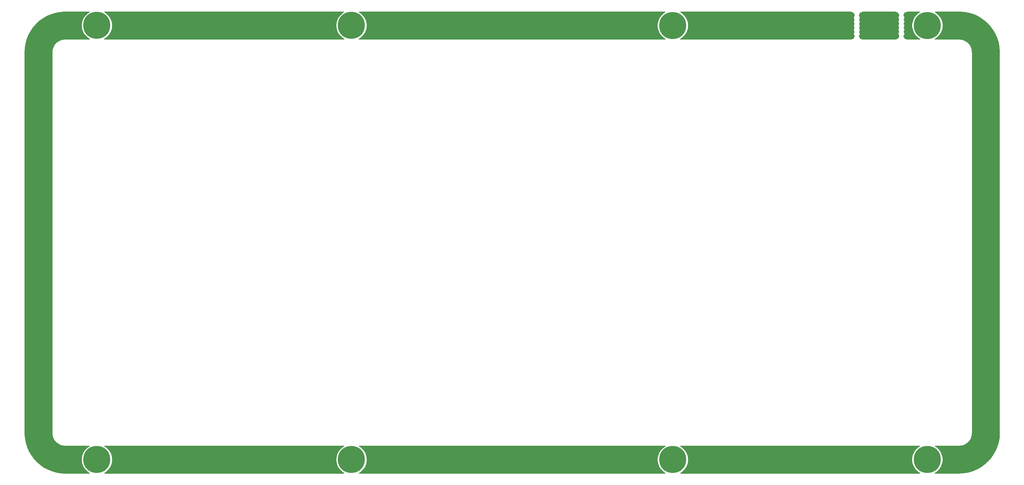
<source format=gbr>
G04 #@! TF.GenerationSoftware,KiCad,Pcbnew,5.1.6*
G04 #@! TF.CreationDate,2020-06-22T06:55:26+02:00*
G04 #@! TF.ProjectId,punk75_inner,70756e6b-3735-45f6-996e-6e65722e6b69,rev?*
G04 #@! TF.SameCoordinates,Original*
G04 #@! TF.FileFunction,Copper,L1,Top*
G04 #@! TF.FilePolarity,Positive*
%FSLAX46Y46*%
G04 Gerber Fmt 4.6, Leading zero omitted, Abs format (unit mm)*
G04 Created by KiCad (PCBNEW 5.1.6) date 2020-06-22 06:55:26*
%MOMM*%
%LPD*%
G01*
G04 APERTURE LIST*
G04 #@! TA.AperFunction,ComponentPad*
%ADD10C,8.500000*%
G04 #@! TD*
G04 #@! TA.AperFunction,NonConductor*
%ADD11C,0.254000*%
G04 #@! TD*
G04 APERTURE END LIST*
D10*
X352750000Y-99500000D03*
X171760000Y-99480000D03*
X91750000Y-99480000D03*
X272750000Y-236130000D03*
X171770000Y-236120000D03*
X91760000Y-236110000D03*
X352740000Y-236110000D03*
X272750000Y-99500000D03*
D11*
G36*
X168655994Y-232325573D02*
G01*
X167975573Y-233005994D01*
X167440970Y-233806085D01*
X167072728Y-234695098D01*
X166885000Y-235638870D01*
X166885000Y-236601130D01*
X167072728Y-237544902D01*
X167440970Y-238433915D01*
X167975573Y-239234006D01*
X168655994Y-239914427D01*
X169355019Y-240381500D01*
X94160015Y-240381500D01*
X94874006Y-239904427D01*
X95554427Y-239224006D01*
X96089030Y-238423915D01*
X96457272Y-237534902D01*
X96645000Y-236591130D01*
X96645000Y-235628870D01*
X96457272Y-234685098D01*
X96089030Y-233796085D01*
X95554427Y-232995994D01*
X94874006Y-232315573D01*
X94212770Y-231873750D01*
X169332196Y-231873750D01*
X168655994Y-232325573D01*
G37*
X168655994Y-232325573D02*
X167975573Y-233005994D01*
X167440970Y-233806085D01*
X167072728Y-234695098D01*
X166885000Y-235638870D01*
X166885000Y-236601130D01*
X167072728Y-237544902D01*
X167440970Y-238433915D01*
X167975573Y-239234006D01*
X168655994Y-239914427D01*
X169355019Y-240381500D01*
X94160015Y-240381500D01*
X94874006Y-239904427D01*
X95554427Y-239224006D01*
X96089030Y-238423915D01*
X96457272Y-237534902D01*
X96645000Y-236591130D01*
X96645000Y-235628870D01*
X96457272Y-234685098D01*
X96089030Y-233796085D01*
X95554427Y-232995994D01*
X94874006Y-232315573D01*
X94212770Y-231873750D01*
X169332196Y-231873750D01*
X168655994Y-232325573D01*
G36*
X89312779Y-95233361D02*
G01*
X88635994Y-95685573D01*
X87955573Y-96365994D01*
X87420970Y-97166085D01*
X87052728Y-98055098D01*
X86865000Y-98998870D01*
X86865000Y-99961130D01*
X87052728Y-100904902D01*
X87420970Y-101793915D01*
X87955573Y-102594006D01*
X88635994Y-103274427D01*
X89400120Y-103784999D01*
X81707121Y-103784999D01*
X81674080Y-103788253D01*
X81653006Y-103788106D01*
X81642792Y-103789107D01*
X80986502Y-103858086D01*
X80921188Y-103871493D01*
X80855810Y-103883965D01*
X80845985Y-103886930D01*
X80215594Y-104082069D01*
X80154131Y-104107906D01*
X80092417Y-104132840D01*
X80083360Y-104137655D01*
X80083355Y-104137657D01*
X80083351Y-104137660D01*
X79502870Y-104451524D01*
X79447631Y-104488784D01*
X79391900Y-104525253D01*
X79383947Y-104531739D01*
X78875482Y-104952378D01*
X78828505Y-104999684D01*
X78780947Y-105046256D01*
X78774405Y-105054163D01*
X78357326Y-105565552D01*
X78320439Y-105621071D01*
X78282825Y-105676006D01*
X78277943Y-105685033D01*
X77968137Y-106267694D01*
X77942742Y-106329307D01*
X77916509Y-106390513D01*
X77913474Y-106400316D01*
X77722740Y-107032056D01*
X77709793Y-107097446D01*
X77695951Y-107162566D01*
X77694878Y-107172772D01*
X77630483Y-107829527D01*
X77626975Y-107865146D01*
X77626976Y-109452636D01*
X77626975Y-109452646D01*
X77626976Y-227793605D01*
X77630229Y-227826636D01*
X77630082Y-227847720D01*
X77631083Y-227857934D01*
X77700062Y-228514224D01*
X77713469Y-228579538D01*
X77725941Y-228644916D01*
X77728906Y-228654740D01*
X77924045Y-229285132D01*
X77949883Y-229346599D01*
X77974816Y-229408310D01*
X77979633Y-229417371D01*
X78293500Y-229997856D01*
X78330780Y-230053126D01*
X78367229Y-230108826D01*
X78373715Y-230116779D01*
X78794354Y-230625243D01*
X78841641Y-230672202D01*
X78888232Y-230719779D01*
X78896139Y-230726321D01*
X79407528Y-231143400D01*
X79463047Y-231180287D01*
X79517982Y-231217901D01*
X79527009Y-231222783D01*
X80109669Y-231532589D01*
X80171296Y-231557990D01*
X80232489Y-231584217D01*
X80242292Y-231587252D01*
X80874032Y-231777986D01*
X80939422Y-231790933D01*
X81004542Y-231804775D01*
X81014746Y-231805848D01*
X81014748Y-231805848D01*
X81671503Y-231870243D01*
X81671513Y-231870243D01*
X81707121Y-231873750D01*
X89307230Y-231873750D01*
X88645994Y-232315573D01*
X87965573Y-232995994D01*
X87430970Y-233796085D01*
X87062728Y-234685098D01*
X86875000Y-235628870D01*
X86875000Y-236591130D01*
X87062728Y-237534902D01*
X87430970Y-238423915D01*
X87965573Y-239224006D01*
X88645994Y-239904427D01*
X89359985Y-240381500D01*
X81781450Y-240381500D01*
X80373653Y-240304024D01*
X79002805Y-240075853D01*
X77665270Y-239698630D01*
X76377210Y-239176911D01*
X75154179Y-238517000D01*
X74010957Y-237726870D01*
X72961340Y-236816059D01*
X72018006Y-235795567D01*
X71192349Y-234677717D01*
X70494349Y-233476022D01*
X69932433Y-232204992D01*
X69513382Y-230879965D01*
X69242265Y-229516968D01*
X69121104Y-228118028D01*
X69115000Y-227729498D01*
X69115000Y-107899200D01*
X69192476Y-106491394D01*
X69420647Y-105120554D01*
X69797870Y-103783021D01*
X70319585Y-102494967D01*
X70979496Y-101271936D01*
X71769633Y-100128703D01*
X72680445Y-99079085D01*
X73700933Y-98135756D01*
X74818783Y-97310099D01*
X76020478Y-96612099D01*
X77291505Y-96050184D01*
X78616536Y-95631132D01*
X79979530Y-95360015D01*
X81378474Y-95238854D01*
X81767002Y-95232750D01*
X82563052Y-95232750D01*
X89312779Y-95233361D01*
G37*
X89312779Y-95233361D02*
X88635994Y-95685573D01*
X87955573Y-96365994D01*
X87420970Y-97166085D01*
X87052728Y-98055098D01*
X86865000Y-98998870D01*
X86865000Y-99961130D01*
X87052728Y-100904902D01*
X87420970Y-101793915D01*
X87955573Y-102594006D01*
X88635994Y-103274427D01*
X89400120Y-103784999D01*
X81707121Y-103784999D01*
X81674080Y-103788253D01*
X81653006Y-103788106D01*
X81642792Y-103789107D01*
X80986502Y-103858086D01*
X80921188Y-103871493D01*
X80855810Y-103883965D01*
X80845985Y-103886930D01*
X80215594Y-104082069D01*
X80154131Y-104107906D01*
X80092417Y-104132840D01*
X80083360Y-104137655D01*
X80083355Y-104137657D01*
X80083351Y-104137660D01*
X79502870Y-104451524D01*
X79447631Y-104488784D01*
X79391900Y-104525253D01*
X79383947Y-104531739D01*
X78875482Y-104952378D01*
X78828505Y-104999684D01*
X78780947Y-105046256D01*
X78774405Y-105054163D01*
X78357326Y-105565552D01*
X78320439Y-105621071D01*
X78282825Y-105676006D01*
X78277943Y-105685033D01*
X77968137Y-106267694D01*
X77942742Y-106329307D01*
X77916509Y-106390513D01*
X77913474Y-106400316D01*
X77722740Y-107032056D01*
X77709793Y-107097446D01*
X77695951Y-107162566D01*
X77694878Y-107172772D01*
X77630483Y-107829527D01*
X77626975Y-107865146D01*
X77626976Y-109452636D01*
X77626975Y-109452646D01*
X77626976Y-227793605D01*
X77630229Y-227826636D01*
X77630082Y-227847720D01*
X77631083Y-227857934D01*
X77700062Y-228514224D01*
X77713469Y-228579538D01*
X77725941Y-228644916D01*
X77728906Y-228654740D01*
X77924045Y-229285132D01*
X77949883Y-229346599D01*
X77974816Y-229408310D01*
X77979633Y-229417371D01*
X78293500Y-229997856D01*
X78330780Y-230053126D01*
X78367229Y-230108826D01*
X78373715Y-230116779D01*
X78794354Y-230625243D01*
X78841641Y-230672202D01*
X78888232Y-230719779D01*
X78896139Y-230726321D01*
X79407528Y-231143400D01*
X79463047Y-231180287D01*
X79517982Y-231217901D01*
X79527009Y-231222783D01*
X80109669Y-231532589D01*
X80171296Y-231557990D01*
X80232489Y-231584217D01*
X80242292Y-231587252D01*
X80874032Y-231777986D01*
X80939422Y-231790933D01*
X81004542Y-231804775D01*
X81014746Y-231805848D01*
X81014748Y-231805848D01*
X81671503Y-231870243D01*
X81671513Y-231870243D01*
X81707121Y-231873750D01*
X89307230Y-231873750D01*
X88645994Y-232315573D01*
X87965573Y-232995994D01*
X87430970Y-233796085D01*
X87062728Y-234685098D01*
X86875000Y-235628870D01*
X86875000Y-236591130D01*
X87062728Y-237534902D01*
X87430970Y-238423915D01*
X87965573Y-239224006D01*
X88645994Y-239904427D01*
X89359985Y-240381500D01*
X81781450Y-240381500D01*
X80373653Y-240304024D01*
X79002805Y-240075853D01*
X77665270Y-239698630D01*
X76377210Y-239176911D01*
X75154179Y-238517000D01*
X74010957Y-237726870D01*
X72961340Y-236816059D01*
X72018006Y-235795567D01*
X71192349Y-234677717D01*
X70494349Y-233476022D01*
X69932433Y-232204992D01*
X69513382Y-230879965D01*
X69242265Y-229516968D01*
X69121104Y-228118028D01*
X69115000Y-227729498D01*
X69115000Y-107899200D01*
X69192476Y-106491394D01*
X69420647Y-105120554D01*
X69797870Y-103783021D01*
X70319585Y-102494967D01*
X70979496Y-101271936D01*
X71769633Y-100128703D01*
X72680445Y-99079085D01*
X73700933Y-98135756D01*
X74818783Y-97310099D01*
X76020478Y-96612099D01*
X77291505Y-96050184D01*
X78616536Y-95631132D01*
X79979530Y-95360015D01*
X81378474Y-95238854D01*
X81767002Y-95232750D01*
X82563052Y-95232750D01*
X89312779Y-95233361D01*
G36*
X269635994Y-232335573D02*
G01*
X268955573Y-233015994D01*
X268420970Y-233816085D01*
X268052728Y-234705098D01*
X267865000Y-235648870D01*
X267865000Y-236611130D01*
X268052728Y-237554902D01*
X268420970Y-238443915D01*
X268955573Y-239244006D01*
X269635994Y-239924427D01*
X270320053Y-240381500D01*
X174184981Y-240381500D01*
X174884006Y-239914427D01*
X175564427Y-239234006D01*
X176099030Y-238433915D01*
X176467272Y-237544902D01*
X176655000Y-236601130D01*
X176655000Y-235638870D01*
X176467272Y-234695098D01*
X176099030Y-233806085D01*
X175564427Y-233005994D01*
X174884006Y-232325573D01*
X174207804Y-231873750D01*
X270327162Y-231873750D01*
X269635994Y-232335573D01*
G37*
X269635994Y-232335573D02*
X268955573Y-233015994D01*
X268420970Y-233816085D01*
X268052728Y-234705098D01*
X267865000Y-235648870D01*
X267865000Y-236611130D01*
X268052728Y-237554902D01*
X268420970Y-238443915D01*
X268955573Y-239244006D01*
X269635994Y-239924427D01*
X270320053Y-240381500D01*
X174184981Y-240381500D01*
X174884006Y-239914427D01*
X175564427Y-239234006D01*
X176099030Y-238433915D01*
X176467272Y-237544902D01*
X176655000Y-236601130D01*
X176655000Y-235638870D01*
X176467272Y-234695098D01*
X176099030Y-233806085D01*
X175564427Y-233005994D01*
X174884006Y-232325573D01*
X174207804Y-231873750D01*
X270327162Y-231873750D01*
X269635994Y-232335573D01*
G36*
X349625994Y-232315573D02*
G01*
X348945573Y-232995994D01*
X348410970Y-233796085D01*
X348042728Y-234685098D01*
X347855000Y-235628870D01*
X347855000Y-236591130D01*
X348042728Y-237534902D01*
X348410970Y-238423915D01*
X348945573Y-239224006D01*
X349625994Y-239904427D01*
X350339985Y-240381500D01*
X275179947Y-240381500D01*
X275864006Y-239924427D01*
X276544427Y-239244006D01*
X277079030Y-238443915D01*
X277447272Y-237554902D01*
X277635000Y-236611130D01*
X277635000Y-235648870D01*
X277447272Y-234705098D01*
X277079030Y-233816085D01*
X276544427Y-233015994D01*
X275864006Y-232335573D01*
X275172838Y-231873750D01*
X350287230Y-231873750D01*
X349625994Y-232315573D01*
G37*
X349625994Y-232315573D02*
X348945573Y-232995994D01*
X348410970Y-233796085D01*
X348042728Y-234685098D01*
X347855000Y-235628870D01*
X347855000Y-236591130D01*
X348042728Y-237534902D01*
X348410970Y-238423915D01*
X348945573Y-239224006D01*
X349625994Y-239904427D01*
X350339985Y-240381500D01*
X275179947Y-240381500D01*
X275864006Y-239924427D01*
X276544427Y-239244006D01*
X277079030Y-238443915D01*
X277447272Y-237554902D01*
X277635000Y-236611130D01*
X277635000Y-235648870D01*
X277447272Y-234705098D01*
X277079030Y-233816085D01*
X276544427Y-233015994D01*
X275864006Y-232335573D01*
X275172838Y-231873750D01*
X350287230Y-231873750D01*
X349625994Y-232315573D01*
G36*
X364136356Y-95310226D02*
G01*
X365507196Y-95538397D01*
X366844729Y-95915620D01*
X368132783Y-96437335D01*
X369355814Y-97097246D01*
X370499047Y-97887383D01*
X371548665Y-98798195D01*
X372491994Y-99818683D01*
X373317651Y-100936533D01*
X374015651Y-102138228D01*
X374577566Y-103409255D01*
X374996618Y-104734286D01*
X375267735Y-106097280D01*
X375388896Y-107496224D01*
X375395001Y-107884816D01*
X375395000Y-227715050D01*
X375317524Y-229122847D01*
X375089353Y-230493695D01*
X374712130Y-231831230D01*
X374190411Y-233119290D01*
X373530500Y-234342321D01*
X372740370Y-235485543D01*
X371829559Y-236535160D01*
X370809067Y-237478494D01*
X369691217Y-238304151D01*
X368489522Y-239002151D01*
X367218492Y-239564067D01*
X365893465Y-239983118D01*
X364530468Y-240254235D01*
X363131528Y-240375396D01*
X362742998Y-240381500D01*
X355140015Y-240381500D01*
X355854006Y-239904427D01*
X356534427Y-239224006D01*
X357069030Y-238423915D01*
X357437272Y-237534902D01*
X357625000Y-236591130D01*
X357625000Y-235628870D01*
X357437272Y-234685098D01*
X357069030Y-233796085D01*
X356534427Y-232995994D01*
X355854006Y-232315573D01*
X355192770Y-231873750D01*
X362766831Y-231873750D01*
X362799872Y-231870496D01*
X362820946Y-231870643D01*
X362831160Y-231869642D01*
X363487450Y-231800663D01*
X363552764Y-231787256D01*
X363618142Y-231774784D01*
X363627966Y-231771819D01*
X364258358Y-231576680D01*
X364319825Y-231550842D01*
X364381536Y-231525909D01*
X364390588Y-231521096D01*
X364390597Y-231521092D01*
X364390604Y-231521087D01*
X364971081Y-231207224D01*
X365026325Y-231169962D01*
X365082051Y-231133496D01*
X365090004Y-231127010D01*
X365598468Y-230706371D01*
X365645427Y-230659084D01*
X365693004Y-230612493D01*
X365699546Y-230604586D01*
X366116625Y-230093197D01*
X366153512Y-230037678D01*
X366191126Y-229982743D01*
X366196008Y-229973716D01*
X366505814Y-229391056D01*
X366531215Y-229329429D01*
X366557442Y-229268236D01*
X366560477Y-229258433D01*
X366751211Y-228626694D01*
X366764160Y-228561298D01*
X366778000Y-228496184D01*
X366779073Y-228485978D01*
X366843468Y-227829223D01*
X366846976Y-227793605D01*
X366846976Y-107865145D01*
X366843722Y-107832104D01*
X366843869Y-107811030D01*
X366842868Y-107800816D01*
X366773889Y-107144526D01*
X366760482Y-107079212D01*
X366748010Y-107013834D01*
X366745045Y-107004009D01*
X366549906Y-106373618D01*
X366524068Y-106312151D01*
X366499135Y-106250440D01*
X366494318Y-106241379D01*
X366180450Y-105660895D01*
X366143198Y-105605667D01*
X366106722Y-105549925D01*
X366100236Y-105541972D01*
X365679597Y-105033507D01*
X365632291Y-104986530D01*
X365585719Y-104938972D01*
X365577812Y-104932430D01*
X365066423Y-104515351D01*
X365010904Y-104478464D01*
X364955969Y-104440850D01*
X364946942Y-104435968D01*
X364364281Y-104126162D01*
X364302668Y-104100767D01*
X364241462Y-104074534D01*
X364231659Y-104071499D01*
X363599920Y-103880765D01*
X363534530Y-103867818D01*
X363469410Y-103853976D01*
X363459206Y-103852903D01*
X363459204Y-103852903D01*
X362804645Y-103788723D01*
X362766831Y-103784999D01*
X355129812Y-103784999D01*
X355864006Y-103294427D01*
X356544427Y-102614006D01*
X357079030Y-101813915D01*
X357447272Y-100924902D01*
X357635000Y-99981130D01*
X357635000Y-99018870D01*
X357447272Y-98075098D01*
X357079030Y-97186085D01*
X356544427Y-96385994D01*
X355864006Y-95705573D01*
X355171950Y-95243156D01*
X362729041Y-95232777D01*
X364136356Y-95310226D01*
G37*
X364136356Y-95310226D02*
X365507196Y-95538397D01*
X366844729Y-95915620D01*
X368132783Y-96437335D01*
X369355814Y-97097246D01*
X370499047Y-97887383D01*
X371548665Y-98798195D01*
X372491994Y-99818683D01*
X373317651Y-100936533D01*
X374015651Y-102138228D01*
X374577566Y-103409255D01*
X374996618Y-104734286D01*
X375267735Y-106097280D01*
X375388896Y-107496224D01*
X375395001Y-107884816D01*
X375395000Y-227715050D01*
X375317524Y-229122847D01*
X375089353Y-230493695D01*
X374712130Y-231831230D01*
X374190411Y-233119290D01*
X373530500Y-234342321D01*
X372740370Y-235485543D01*
X371829559Y-236535160D01*
X370809067Y-237478494D01*
X369691217Y-238304151D01*
X368489522Y-239002151D01*
X367218492Y-239564067D01*
X365893465Y-239983118D01*
X364530468Y-240254235D01*
X363131528Y-240375396D01*
X362742998Y-240381500D01*
X355140015Y-240381500D01*
X355854006Y-239904427D01*
X356534427Y-239224006D01*
X357069030Y-238423915D01*
X357437272Y-237534902D01*
X357625000Y-236591130D01*
X357625000Y-235628870D01*
X357437272Y-234685098D01*
X357069030Y-233796085D01*
X356534427Y-232995994D01*
X355854006Y-232315573D01*
X355192770Y-231873750D01*
X362766831Y-231873750D01*
X362799872Y-231870496D01*
X362820946Y-231870643D01*
X362831160Y-231869642D01*
X363487450Y-231800663D01*
X363552764Y-231787256D01*
X363618142Y-231774784D01*
X363627966Y-231771819D01*
X364258358Y-231576680D01*
X364319825Y-231550842D01*
X364381536Y-231525909D01*
X364390588Y-231521096D01*
X364390597Y-231521092D01*
X364390604Y-231521087D01*
X364971081Y-231207224D01*
X365026325Y-231169962D01*
X365082051Y-231133496D01*
X365090004Y-231127010D01*
X365598468Y-230706371D01*
X365645427Y-230659084D01*
X365693004Y-230612493D01*
X365699546Y-230604586D01*
X366116625Y-230093197D01*
X366153512Y-230037678D01*
X366191126Y-229982743D01*
X366196008Y-229973716D01*
X366505814Y-229391056D01*
X366531215Y-229329429D01*
X366557442Y-229268236D01*
X366560477Y-229258433D01*
X366751211Y-228626694D01*
X366764160Y-228561298D01*
X366778000Y-228496184D01*
X366779073Y-228485978D01*
X366843468Y-227829223D01*
X366846976Y-227793605D01*
X366846976Y-107865145D01*
X366843722Y-107832104D01*
X366843869Y-107811030D01*
X366842868Y-107800816D01*
X366773889Y-107144526D01*
X366760482Y-107079212D01*
X366748010Y-107013834D01*
X366745045Y-107004009D01*
X366549906Y-106373618D01*
X366524068Y-106312151D01*
X366499135Y-106250440D01*
X366494318Y-106241379D01*
X366180450Y-105660895D01*
X366143198Y-105605667D01*
X366106722Y-105549925D01*
X366100236Y-105541972D01*
X365679597Y-105033507D01*
X365632291Y-104986530D01*
X365585719Y-104938972D01*
X365577812Y-104932430D01*
X365066423Y-104515351D01*
X365010904Y-104478464D01*
X364955969Y-104440850D01*
X364946942Y-104435968D01*
X364364281Y-104126162D01*
X364302668Y-104100767D01*
X364241462Y-104074534D01*
X364231659Y-104071499D01*
X363599920Y-103880765D01*
X363534530Y-103867818D01*
X363469410Y-103853976D01*
X363459206Y-103852903D01*
X363459204Y-103852903D01*
X362804645Y-103788723D01*
X362766831Y-103784999D01*
X355129812Y-103784999D01*
X355864006Y-103294427D01*
X356544427Y-102614006D01*
X357079030Y-101813915D01*
X357447272Y-100924902D01*
X357635000Y-99981130D01*
X357635000Y-99018870D01*
X357447272Y-98075098D01*
X357079030Y-97186085D01*
X356544427Y-96385994D01*
X355864006Y-95705573D01*
X355171950Y-95243156D01*
X362729041Y-95232777D01*
X364136356Y-95310226D01*
G36*
X328513017Y-95254996D02*
G01*
X328794021Y-95282549D01*
X329029712Y-95353708D01*
X329247089Y-95469291D01*
X329437879Y-95624895D01*
X329594811Y-95814593D01*
X329711906Y-96031157D01*
X329784709Y-96266344D01*
X329792103Y-96336696D01*
X329756557Y-96372242D01*
X329643978Y-96540728D01*
X329566433Y-96727939D01*
X329526900Y-96926682D01*
X329526900Y-97129318D01*
X329566433Y-97328061D01*
X329643978Y-97515272D01*
X329742687Y-97663000D01*
X329643978Y-97810728D01*
X329566433Y-97997939D01*
X329526900Y-98196682D01*
X329526900Y-98399318D01*
X329566433Y-98598061D01*
X329643978Y-98785272D01*
X329742687Y-98933000D01*
X329643978Y-99080728D01*
X329566433Y-99267939D01*
X329526900Y-99466682D01*
X329526900Y-99669318D01*
X329566433Y-99868061D01*
X329643978Y-100055272D01*
X329742687Y-100203000D01*
X329643978Y-100350728D01*
X329566433Y-100537939D01*
X329526900Y-100736682D01*
X329526900Y-100939318D01*
X329566433Y-101138061D01*
X329643978Y-101325272D01*
X329742687Y-101473000D01*
X329643978Y-101620728D01*
X329566433Y-101807939D01*
X329526900Y-102006682D01*
X329526900Y-102209318D01*
X329566433Y-102408061D01*
X329643978Y-102595272D01*
X329756557Y-102763758D01*
X329779811Y-102787012D01*
X329715291Y-103000711D01*
X329599711Y-103218087D01*
X329444104Y-103408878D01*
X329254408Y-103565810D01*
X329037843Y-103682905D01*
X328802656Y-103755708D01*
X328523972Y-103784999D01*
X275129812Y-103784999D01*
X275864006Y-103294427D01*
X276544427Y-102614006D01*
X277079030Y-101813915D01*
X277447272Y-100924902D01*
X277635000Y-99981130D01*
X277635000Y-99018870D01*
X277447272Y-98075098D01*
X277079030Y-97186085D01*
X276544427Y-96385994D01*
X275864006Y-95705573D01*
X275182450Y-95250173D01*
X328513017Y-95254996D01*
G37*
X328513017Y-95254996D02*
X328794021Y-95282549D01*
X329029712Y-95353708D01*
X329247089Y-95469291D01*
X329437879Y-95624895D01*
X329594811Y-95814593D01*
X329711906Y-96031157D01*
X329784709Y-96266344D01*
X329792103Y-96336696D01*
X329756557Y-96372242D01*
X329643978Y-96540728D01*
X329566433Y-96727939D01*
X329526900Y-96926682D01*
X329526900Y-97129318D01*
X329566433Y-97328061D01*
X329643978Y-97515272D01*
X329742687Y-97663000D01*
X329643978Y-97810728D01*
X329566433Y-97997939D01*
X329526900Y-98196682D01*
X329526900Y-98399318D01*
X329566433Y-98598061D01*
X329643978Y-98785272D01*
X329742687Y-98933000D01*
X329643978Y-99080728D01*
X329566433Y-99267939D01*
X329526900Y-99466682D01*
X329526900Y-99669318D01*
X329566433Y-99868061D01*
X329643978Y-100055272D01*
X329742687Y-100203000D01*
X329643978Y-100350728D01*
X329566433Y-100537939D01*
X329526900Y-100736682D01*
X329526900Y-100939318D01*
X329566433Y-101138061D01*
X329643978Y-101325272D01*
X329742687Y-101473000D01*
X329643978Y-101620728D01*
X329566433Y-101807939D01*
X329526900Y-102006682D01*
X329526900Y-102209318D01*
X329566433Y-102408061D01*
X329643978Y-102595272D01*
X329756557Y-102763758D01*
X329779811Y-102787012D01*
X329715291Y-103000711D01*
X329599711Y-103218087D01*
X329444104Y-103408878D01*
X329254408Y-103565810D01*
X329037843Y-103682905D01*
X328802656Y-103755708D01*
X328523972Y-103784999D01*
X275129812Y-103784999D01*
X275864006Y-103294427D01*
X276544427Y-102614006D01*
X277079030Y-101813915D01*
X277447272Y-100924902D01*
X277635000Y-99981130D01*
X277635000Y-99018870D01*
X277447272Y-98075098D01*
X277079030Y-97186085D01*
X276544427Y-96385994D01*
X275864006Y-95705573D01*
X275182450Y-95250173D01*
X328513017Y-95254996D01*
G36*
X169311949Y-95240597D02*
G01*
X168645994Y-95685573D01*
X167965573Y-96365994D01*
X167430970Y-97166085D01*
X167062728Y-98055098D01*
X166875000Y-98998870D01*
X166875000Y-99961130D01*
X167062728Y-100904902D01*
X167430970Y-101793915D01*
X167965573Y-102594006D01*
X168645994Y-103274427D01*
X169410120Y-103784999D01*
X94099880Y-103784999D01*
X94864006Y-103274427D01*
X95544427Y-102594006D01*
X96079030Y-101793915D01*
X96447272Y-100904902D01*
X96635000Y-99961130D01*
X96635000Y-98998870D01*
X96447272Y-98055098D01*
X96079030Y-97166085D01*
X95544427Y-96365994D01*
X94864006Y-95685573D01*
X94187881Y-95233801D01*
X169311949Y-95240597D01*
G37*
X169311949Y-95240597D02*
X168645994Y-95685573D01*
X167965573Y-96365994D01*
X167430970Y-97166085D01*
X167062728Y-98055098D01*
X166875000Y-98998870D01*
X166875000Y-99961130D01*
X167062728Y-100904902D01*
X167430970Y-101793915D01*
X167965573Y-102594006D01*
X168645994Y-103274427D01*
X169410120Y-103784999D01*
X94099880Y-103784999D01*
X94864006Y-103274427D01*
X95544427Y-102594006D01*
X96079030Y-101793915D01*
X96447272Y-100904902D01*
X96635000Y-99961130D01*
X96635000Y-98998870D01*
X96447272Y-98055098D01*
X96079030Y-97166085D01*
X95544427Y-96365994D01*
X94864006Y-95685573D01*
X94187881Y-95233801D01*
X169311949Y-95240597D01*
G36*
X342790313Y-95278036D02*
G01*
X343026863Y-95349455D01*
X343245034Y-95465458D01*
X343436520Y-95621631D01*
X343594023Y-95812019D01*
X343711550Y-96029380D01*
X343784616Y-96265416D01*
X343789254Y-96309545D01*
X343777357Y-96321442D01*
X343664778Y-96489928D01*
X343587233Y-96677139D01*
X343547700Y-96875882D01*
X343547700Y-97078518D01*
X343587233Y-97277261D01*
X343664778Y-97464472D01*
X343763487Y-97612200D01*
X343664778Y-97759928D01*
X343587233Y-97947139D01*
X343547700Y-98145882D01*
X343547700Y-98348518D01*
X343587233Y-98547261D01*
X343664778Y-98734472D01*
X343763487Y-98882200D01*
X343664778Y-99029928D01*
X343587233Y-99217139D01*
X343547700Y-99415882D01*
X343547700Y-99618518D01*
X343587233Y-99817261D01*
X343664778Y-100004472D01*
X343763487Y-100152200D01*
X343664778Y-100299928D01*
X343587233Y-100487139D01*
X343547700Y-100685882D01*
X343547700Y-100888518D01*
X343587233Y-101087261D01*
X343664778Y-101274472D01*
X343763487Y-101422200D01*
X343664778Y-101569928D01*
X343587233Y-101757139D01*
X343547700Y-101955882D01*
X343547700Y-102158518D01*
X343587233Y-102357261D01*
X343664778Y-102544472D01*
X343777357Y-102712958D01*
X343786098Y-102721699D01*
X343781851Y-102765020D01*
X343710691Y-103000711D01*
X343595111Y-103218087D01*
X343439504Y-103408878D01*
X343249808Y-103565810D01*
X343033243Y-103682905D01*
X342798056Y-103755708D01*
X342519372Y-103784999D01*
X332584947Y-103784999D01*
X332303979Y-103757450D01*
X332068288Y-103686290D01*
X331850912Y-103570710D01*
X331660121Y-103415103D01*
X331503189Y-103225407D01*
X331386094Y-103008842D01*
X331320726Y-102797675D01*
X331354643Y-102763758D01*
X331467222Y-102595272D01*
X331544767Y-102408061D01*
X331584300Y-102209318D01*
X331584300Y-102006682D01*
X331544767Y-101807939D01*
X331467222Y-101620728D01*
X331368513Y-101473000D01*
X331467222Y-101325272D01*
X331544767Y-101138061D01*
X331584300Y-100939318D01*
X331584300Y-100736682D01*
X331544767Y-100537939D01*
X331467222Y-100350728D01*
X331368513Y-100203000D01*
X331467222Y-100055272D01*
X331544767Y-99868061D01*
X331584300Y-99669318D01*
X331584300Y-99466682D01*
X331544767Y-99267939D01*
X331467222Y-99080728D01*
X331368513Y-98933000D01*
X331467222Y-98785272D01*
X331544767Y-98598061D01*
X331584300Y-98399318D01*
X331584300Y-98196682D01*
X331544767Y-97997939D01*
X331467222Y-97810728D01*
X331368513Y-97663000D01*
X331467222Y-97515272D01*
X331544767Y-97328061D01*
X331584300Y-97129318D01*
X331584300Y-96926682D01*
X331544767Y-96727939D01*
X331467222Y-96540728D01*
X331354643Y-96372242D01*
X331306712Y-96324311D01*
X331311549Y-96274979D01*
X331382708Y-96039288D01*
X331498291Y-95821911D01*
X331653895Y-95631121D01*
X331843593Y-95474189D01*
X332060157Y-95357094D01*
X332295344Y-95284291D01*
X332574028Y-95255000D01*
X342555369Y-95255000D01*
X342790313Y-95278036D01*
G37*
X342790313Y-95278036D02*
X343026863Y-95349455D01*
X343245034Y-95465458D01*
X343436520Y-95621631D01*
X343594023Y-95812019D01*
X343711550Y-96029380D01*
X343784616Y-96265416D01*
X343789254Y-96309545D01*
X343777357Y-96321442D01*
X343664778Y-96489928D01*
X343587233Y-96677139D01*
X343547700Y-96875882D01*
X343547700Y-97078518D01*
X343587233Y-97277261D01*
X343664778Y-97464472D01*
X343763487Y-97612200D01*
X343664778Y-97759928D01*
X343587233Y-97947139D01*
X343547700Y-98145882D01*
X343547700Y-98348518D01*
X343587233Y-98547261D01*
X343664778Y-98734472D01*
X343763487Y-98882200D01*
X343664778Y-99029928D01*
X343587233Y-99217139D01*
X343547700Y-99415882D01*
X343547700Y-99618518D01*
X343587233Y-99817261D01*
X343664778Y-100004472D01*
X343763487Y-100152200D01*
X343664778Y-100299928D01*
X343587233Y-100487139D01*
X343547700Y-100685882D01*
X343547700Y-100888518D01*
X343587233Y-101087261D01*
X343664778Y-101274472D01*
X343763487Y-101422200D01*
X343664778Y-101569928D01*
X343587233Y-101757139D01*
X343547700Y-101955882D01*
X343547700Y-102158518D01*
X343587233Y-102357261D01*
X343664778Y-102544472D01*
X343777357Y-102712958D01*
X343786098Y-102721699D01*
X343781851Y-102765020D01*
X343710691Y-103000711D01*
X343595111Y-103218087D01*
X343439504Y-103408878D01*
X343249808Y-103565810D01*
X343033243Y-103682905D01*
X342798056Y-103755708D01*
X342519372Y-103784999D01*
X332584947Y-103784999D01*
X332303979Y-103757450D01*
X332068288Y-103686290D01*
X331850912Y-103570710D01*
X331660121Y-103415103D01*
X331503189Y-103225407D01*
X331386094Y-103008842D01*
X331320726Y-102797675D01*
X331354643Y-102763758D01*
X331467222Y-102595272D01*
X331544767Y-102408061D01*
X331584300Y-102209318D01*
X331584300Y-102006682D01*
X331544767Y-101807939D01*
X331467222Y-101620728D01*
X331368513Y-101473000D01*
X331467222Y-101325272D01*
X331544767Y-101138061D01*
X331584300Y-100939318D01*
X331584300Y-100736682D01*
X331544767Y-100537939D01*
X331467222Y-100350728D01*
X331368513Y-100203000D01*
X331467222Y-100055272D01*
X331544767Y-99868061D01*
X331584300Y-99669318D01*
X331584300Y-99466682D01*
X331544767Y-99267939D01*
X331467222Y-99080728D01*
X331368513Y-98933000D01*
X331467222Y-98785272D01*
X331544767Y-98598061D01*
X331584300Y-98399318D01*
X331584300Y-98196682D01*
X331544767Y-97997939D01*
X331467222Y-97810728D01*
X331368513Y-97663000D01*
X331467222Y-97515272D01*
X331544767Y-97328061D01*
X331584300Y-97129318D01*
X331584300Y-96926682D01*
X331544767Y-96727939D01*
X331467222Y-96540728D01*
X331354643Y-96372242D01*
X331306712Y-96324311D01*
X331311549Y-96274979D01*
X331382708Y-96039288D01*
X331498291Y-95821911D01*
X331653895Y-95631121D01*
X331843593Y-95474189D01*
X332060157Y-95357094D01*
X332295344Y-95284291D01*
X332574028Y-95255000D01*
X342555369Y-95255000D01*
X342790313Y-95278036D01*
G36*
X270318208Y-95249733D02*
G01*
X269635994Y-95705573D01*
X268955573Y-96385994D01*
X268420970Y-97186085D01*
X268052728Y-98075098D01*
X267865000Y-99018870D01*
X267865000Y-99981130D01*
X268052728Y-100924902D01*
X268420970Y-101813915D01*
X268955573Y-102614006D01*
X269635994Y-103294427D01*
X270370188Y-103784999D01*
X174109880Y-103784999D01*
X174874006Y-103274427D01*
X175554427Y-102594006D01*
X176089030Y-101793915D01*
X176457272Y-100904902D01*
X176645000Y-99961130D01*
X176645000Y-98998870D01*
X176457272Y-98055098D01*
X176089030Y-97166085D01*
X175554427Y-96365994D01*
X174874006Y-95685573D01*
X174208714Y-95241039D01*
X270318208Y-95249733D01*
G37*
X270318208Y-95249733D02*
X269635994Y-95705573D01*
X268955573Y-96385994D01*
X268420970Y-97186085D01*
X268052728Y-98075098D01*
X267865000Y-99018870D01*
X267865000Y-99981130D01*
X268052728Y-100924902D01*
X268420970Y-101813915D01*
X268955573Y-102614006D01*
X269635994Y-103294427D01*
X270370188Y-103784999D01*
X174109880Y-103784999D01*
X174874006Y-103274427D01*
X175554427Y-102594006D01*
X176089030Y-101793915D01*
X176457272Y-100904902D01*
X176645000Y-99961130D01*
X176645000Y-98998870D01*
X176457272Y-98055098D01*
X176089030Y-97166085D01*
X175554427Y-96365994D01*
X174874006Y-95685573D01*
X174208714Y-95241039D01*
X270318208Y-95249733D01*
G36*
X349635994Y-95705573D02*
G01*
X348955573Y-96385994D01*
X348420970Y-97186085D01*
X348052728Y-98075098D01*
X347865000Y-99018870D01*
X347865000Y-99981130D01*
X348052728Y-100924902D01*
X348420970Y-101813915D01*
X348955573Y-102614006D01*
X349635994Y-103294427D01*
X350370188Y-103784999D01*
X346538031Y-103784999D01*
X346303087Y-103761963D01*
X346066536Y-103690544D01*
X345848360Y-103574537D01*
X345656880Y-103418369D01*
X345499377Y-103227980D01*
X345381851Y-103010622D01*
X345309974Y-102778427D01*
X345375443Y-102712958D01*
X345488022Y-102544472D01*
X345565567Y-102357261D01*
X345605100Y-102158518D01*
X345605100Y-101955882D01*
X345565567Y-101757139D01*
X345488022Y-101569928D01*
X345389313Y-101422200D01*
X345488022Y-101274472D01*
X345565567Y-101087261D01*
X345605100Y-100888518D01*
X345605100Y-100685882D01*
X345565567Y-100487139D01*
X345488022Y-100299928D01*
X345389313Y-100152200D01*
X345488022Y-100004472D01*
X345565567Y-99817261D01*
X345605100Y-99618518D01*
X345605100Y-99415882D01*
X345565567Y-99217139D01*
X345488022Y-99029928D01*
X345389313Y-98882200D01*
X345488022Y-98734472D01*
X345565567Y-98547261D01*
X345605100Y-98348518D01*
X345605100Y-98145882D01*
X345565567Y-97947139D01*
X345488022Y-97759928D01*
X345389313Y-97612200D01*
X345488022Y-97464472D01*
X345565567Y-97277261D01*
X345605100Y-97078518D01*
X345605100Y-96875882D01*
X345565567Y-96677139D01*
X345488022Y-96489928D01*
X345375443Y-96321442D01*
X345315591Y-96261590D01*
X345382708Y-96039288D01*
X345498291Y-95821911D01*
X345653895Y-95631121D01*
X345843593Y-95474189D01*
X346060157Y-95357094D01*
X346295344Y-95284291D01*
X346574361Y-95254965D01*
X350318073Y-95249823D01*
X349635994Y-95705573D01*
G37*
X349635994Y-95705573D02*
X348955573Y-96385994D01*
X348420970Y-97186085D01*
X348052728Y-98075098D01*
X347865000Y-99018870D01*
X347865000Y-99981130D01*
X348052728Y-100924902D01*
X348420970Y-101813915D01*
X348955573Y-102614006D01*
X349635994Y-103294427D01*
X350370188Y-103784999D01*
X346538031Y-103784999D01*
X346303087Y-103761963D01*
X346066536Y-103690544D01*
X345848360Y-103574537D01*
X345656880Y-103418369D01*
X345499377Y-103227980D01*
X345381851Y-103010622D01*
X345309974Y-102778427D01*
X345375443Y-102712958D01*
X345488022Y-102544472D01*
X345565567Y-102357261D01*
X345605100Y-102158518D01*
X345605100Y-101955882D01*
X345565567Y-101757139D01*
X345488022Y-101569928D01*
X345389313Y-101422200D01*
X345488022Y-101274472D01*
X345565567Y-101087261D01*
X345605100Y-100888518D01*
X345605100Y-100685882D01*
X345565567Y-100487139D01*
X345488022Y-100299928D01*
X345389313Y-100152200D01*
X345488022Y-100004472D01*
X345565567Y-99817261D01*
X345605100Y-99618518D01*
X345605100Y-99415882D01*
X345565567Y-99217139D01*
X345488022Y-99029928D01*
X345389313Y-98882200D01*
X345488022Y-98734472D01*
X345565567Y-98547261D01*
X345605100Y-98348518D01*
X345605100Y-98145882D01*
X345565567Y-97947139D01*
X345488022Y-97759928D01*
X345389313Y-97612200D01*
X345488022Y-97464472D01*
X345565567Y-97277261D01*
X345605100Y-97078518D01*
X345605100Y-96875882D01*
X345565567Y-96677139D01*
X345488022Y-96489928D01*
X345375443Y-96321442D01*
X345315591Y-96261590D01*
X345382708Y-96039288D01*
X345498291Y-95821911D01*
X345653895Y-95631121D01*
X345843593Y-95474189D01*
X346060157Y-95357094D01*
X346295344Y-95284291D01*
X346574361Y-95254965D01*
X350318073Y-95249823D01*
X349635994Y-95705573D01*
M02*

</source>
